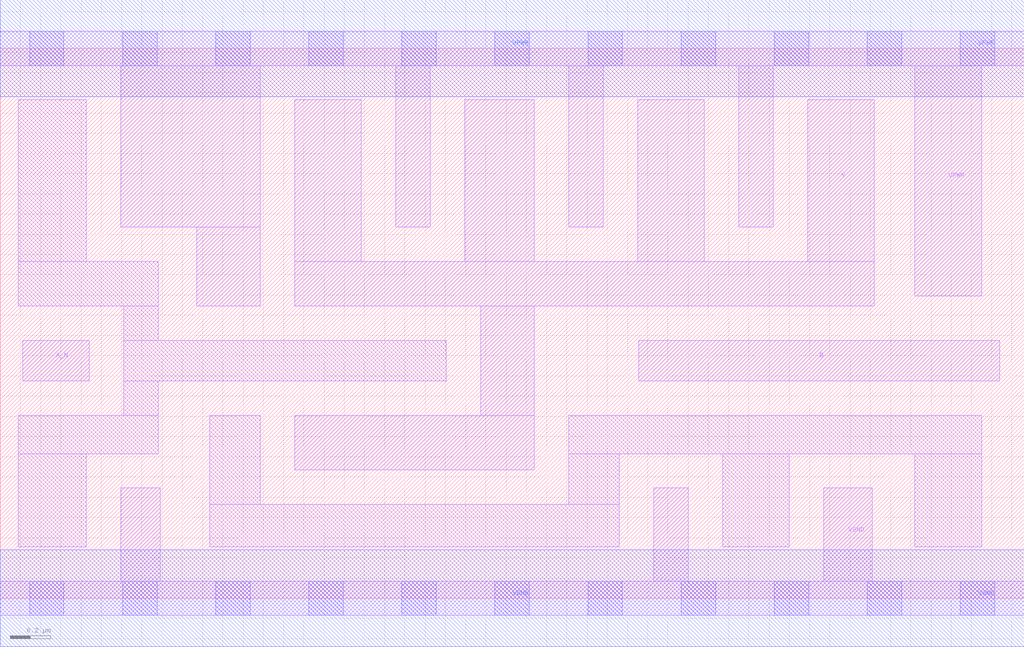
<source format=lef>
# Copyright 2020 The SkyWater PDK Authors
#
# Licensed under the Apache License, Version 2.0 (the "License");
# you may not use this file except in compliance with the License.
# You may obtain a copy of the License at
#
#     https://www.apache.org/licenses/LICENSE-2.0
#
# Unless required by applicable law or agreed to in writing, software
# distributed under the License is distributed on an "AS IS" BASIS,
# WITHOUT WARRANTIES OR CONDITIONS OF ANY KIND, either express or implied.
# See the License for the specific language governing permissions and
# limitations under the License.
#
# SPDX-License-Identifier: Apache-2.0

VERSION 5.7 ;
  NAMESCASESENSITIVE ON ;
  NOWIREEXTENSIONATPIN ON ;
  DIVIDERCHAR "/" ;
  BUSBITCHARS "[]" ;
UNITS
  DATABASE MICRONS 200 ;
END UNITS
MACRO sky130_fd_sc_hd__nand2b_4
  CLASS CORE ;
  SOURCE USER ;
  FOREIGN sky130_fd_sc_hd__nand2b_4 ;
  ORIGIN  0.000000  0.000000 ;
  SIZE  5.060000 BY  2.720000 ;
  SYMMETRY X Y R90 ;
  SITE unithd ;
  PIN A_N
    ANTENNAGATEAREA  0.247500 ;
    DIRECTION INPUT ;
    USE SIGNAL ;
    PORT
      LAYER li1 ;
        RECT 0.110000 1.075000 0.440000 1.275000 ;
    END
  END A_N
  PIN B
    ANTENNAGATEAREA  0.990000 ;
    DIRECTION INPUT ;
    USE SIGNAL ;
    PORT
      LAYER li1 ;
        RECT 3.155000 1.075000 4.940000 1.275000 ;
    END
  END B
  PIN Y
    ANTENNADIFFAREA  1.431000 ;
    DIRECTION OUTPUT ;
    USE SIGNAL ;
    PORT
      LAYER li1 ;
        RECT 1.455000 0.635000 2.640000 0.905000 ;
        RECT 1.455000 1.445000 4.320000 1.665000 ;
        RECT 1.455000 1.665000 1.785000 2.465000 ;
        RECT 2.295000 1.665000 2.640000 2.465000 ;
        RECT 2.375000 0.905000 2.640000 1.445000 ;
        RECT 3.150000 1.665000 3.480000 2.465000 ;
        RECT 3.990000 1.665000 4.320000 2.465000 ;
    END
  END Y
  PIN VGND
    DIRECTION INOUT ;
    SHAPE ABUTMENT ;
    USE GROUND ;
    PORT
      LAYER li1 ;
        RECT 0.000000 -0.085000 5.060000 0.085000 ;
        RECT 0.595000  0.085000 0.790000 0.545000 ;
        RECT 3.230000  0.085000 3.400000 0.545000 ;
        RECT 4.070000  0.085000 4.310000 0.545000 ;
      LAYER mcon ;
        RECT 0.145000 -0.085000 0.315000 0.085000 ;
        RECT 0.605000 -0.085000 0.775000 0.085000 ;
        RECT 1.065000 -0.085000 1.235000 0.085000 ;
        RECT 1.525000 -0.085000 1.695000 0.085000 ;
        RECT 1.985000 -0.085000 2.155000 0.085000 ;
        RECT 2.445000 -0.085000 2.615000 0.085000 ;
        RECT 2.905000 -0.085000 3.075000 0.085000 ;
        RECT 3.365000 -0.085000 3.535000 0.085000 ;
        RECT 3.825000 -0.085000 3.995000 0.085000 ;
        RECT 4.285000 -0.085000 4.455000 0.085000 ;
        RECT 4.745000 -0.085000 4.915000 0.085000 ;
      LAYER met1 ;
        RECT 0.000000 -0.240000 5.060000 0.240000 ;
    END
  END VGND
  PIN VPWR
    DIRECTION INOUT ;
    SHAPE ABUTMENT ;
    USE POWER ;
    PORT
      LAYER li1 ;
        RECT 0.000000 2.635000 5.060000 2.805000 ;
        RECT 0.595000 1.835000 1.285000 2.635000 ;
        RECT 0.970000 1.445000 1.285000 1.835000 ;
        RECT 1.955000 1.835000 2.125000 2.635000 ;
        RECT 2.810000 1.835000 2.980000 2.635000 ;
        RECT 3.650000 1.835000 3.820000 2.635000 ;
        RECT 4.520000 1.495000 4.850000 2.635000 ;
      LAYER mcon ;
        RECT 0.145000 2.635000 0.315000 2.805000 ;
        RECT 0.605000 2.635000 0.775000 2.805000 ;
        RECT 1.065000 2.635000 1.235000 2.805000 ;
        RECT 1.525000 2.635000 1.695000 2.805000 ;
        RECT 1.985000 2.635000 2.155000 2.805000 ;
        RECT 2.445000 2.635000 2.615000 2.805000 ;
        RECT 2.905000 2.635000 3.075000 2.805000 ;
        RECT 3.365000 2.635000 3.535000 2.805000 ;
        RECT 3.825000 2.635000 3.995000 2.805000 ;
        RECT 4.285000 2.635000 4.455000 2.805000 ;
        RECT 4.745000 2.635000 4.915000 2.805000 ;
      LAYER met1 ;
        RECT 0.000000 2.480000 5.060000 2.960000 ;
    END
  END VPWR
  OBS
    LAYER li1 ;
      RECT 0.090000 0.255000 0.425000 0.715000 ;
      RECT 0.090000 0.715000 0.780000 0.905000 ;
      RECT 0.090000 1.445000 0.780000 1.665000 ;
      RECT 0.090000 1.665000 0.425000 2.465000 ;
      RECT 0.610000 0.905000 0.780000 1.075000 ;
      RECT 0.610000 1.075000 2.205000 1.275000 ;
      RECT 0.610000 1.275000 0.780000 1.445000 ;
      RECT 1.035000 0.255000 3.060000 0.465000 ;
      RECT 1.035000 0.465000 1.285000 0.905000 ;
      RECT 2.810000 0.465000 3.060000 0.715000 ;
      RECT 2.810000 0.715000 4.850000 0.905000 ;
      RECT 3.570000 0.255000 3.900000 0.715000 ;
      RECT 4.520000 0.255000 4.850000 0.715000 ;
  END
END sky130_fd_sc_hd__nand2b_4

</source>
